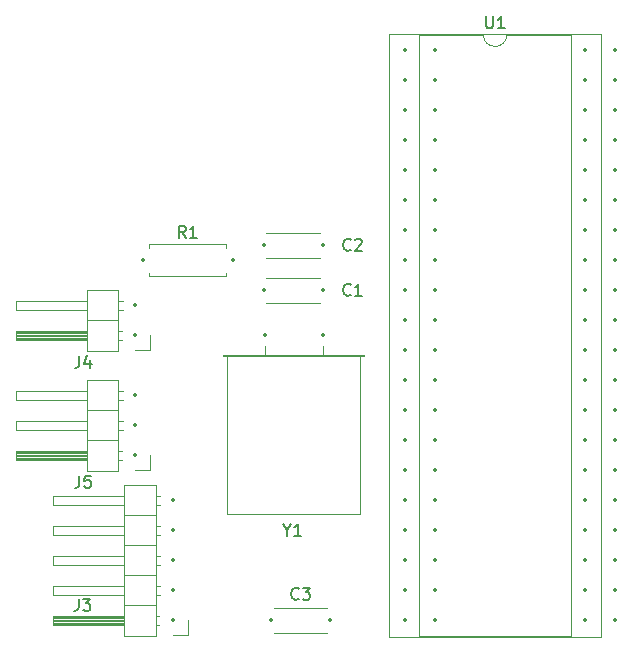
<source format=gbr>
%TF.GenerationSoftware,KiCad,Pcbnew,8.0.3+1*%
%TF.CreationDate,2024-07-31T15:36:37+02:00*%
%TF.ProjectId,QL_diren_keyboard_adapter,514c5f64-6972-4656-9e5f-6b6579626f61,0*%
%TF.SameCoordinates,Original*%
%TF.FileFunction,Legend,Top*%
%TF.FilePolarity,Positive*%
%FSLAX46Y46*%
G04 Gerber Fmt 4.6, Leading zero omitted, Abs format (unit mm)*
G04 Created by KiCad (PCBNEW 8.0.3+1) date 2024-07-31 15:36:37*
%MOMM*%
%LPD*%
G01*
G04 APERTURE LIST*
%ADD10C,0.150000*%
%ADD11C,0.120000*%
%ADD12C,0.350000*%
G04 APERTURE END LIST*
D10*
X108458095Y-60624819D02*
X108458095Y-61434342D01*
X108458095Y-61434342D02*
X108505714Y-61529580D01*
X108505714Y-61529580D02*
X108553333Y-61577200D01*
X108553333Y-61577200D02*
X108648571Y-61624819D01*
X108648571Y-61624819D02*
X108839047Y-61624819D01*
X108839047Y-61624819D02*
X108934285Y-61577200D01*
X108934285Y-61577200D02*
X108981904Y-61529580D01*
X108981904Y-61529580D02*
X109029523Y-61434342D01*
X109029523Y-61434342D02*
X109029523Y-60624819D01*
X110029523Y-61624819D02*
X109458095Y-61624819D01*
X109743809Y-61624819D02*
X109743809Y-60624819D01*
X109743809Y-60624819D02*
X109648571Y-60767676D01*
X109648571Y-60767676D02*
X109553333Y-60862914D01*
X109553333Y-60862914D02*
X109458095Y-60910533D01*
X74021666Y-99514819D02*
X74021666Y-100229104D01*
X74021666Y-100229104D02*
X73974047Y-100371961D01*
X73974047Y-100371961D02*
X73878809Y-100467200D01*
X73878809Y-100467200D02*
X73735952Y-100514819D01*
X73735952Y-100514819D02*
X73640714Y-100514819D01*
X74974047Y-99514819D02*
X74497857Y-99514819D01*
X74497857Y-99514819D02*
X74450238Y-99991009D01*
X74450238Y-99991009D02*
X74497857Y-99943390D01*
X74497857Y-99943390D02*
X74593095Y-99895771D01*
X74593095Y-99895771D02*
X74831190Y-99895771D01*
X74831190Y-99895771D02*
X74926428Y-99943390D01*
X74926428Y-99943390D02*
X74974047Y-99991009D01*
X74974047Y-99991009D02*
X75021666Y-100086247D01*
X75021666Y-100086247D02*
X75021666Y-100324342D01*
X75021666Y-100324342D02*
X74974047Y-100419580D01*
X74974047Y-100419580D02*
X74926428Y-100467200D01*
X74926428Y-100467200D02*
X74831190Y-100514819D01*
X74831190Y-100514819D02*
X74593095Y-100514819D01*
X74593095Y-100514819D02*
X74497857Y-100467200D01*
X74497857Y-100467200D02*
X74450238Y-100419580D01*
X96988333Y-80369580D02*
X96940714Y-80417200D01*
X96940714Y-80417200D02*
X96797857Y-80464819D01*
X96797857Y-80464819D02*
X96702619Y-80464819D01*
X96702619Y-80464819D02*
X96559762Y-80417200D01*
X96559762Y-80417200D02*
X96464524Y-80321961D01*
X96464524Y-80321961D02*
X96416905Y-80226723D01*
X96416905Y-80226723D02*
X96369286Y-80036247D01*
X96369286Y-80036247D02*
X96369286Y-79893390D01*
X96369286Y-79893390D02*
X96416905Y-79702914D01*
X96416905Y-79702914D02*
X96464524Y-79607676D01*
X96464524Y-79607676D02*
X96559762Y-79512438D01*
X96559762Y-79512438D02*
X96702619Y-79464819D01*
X96702619Y-79464819D02*
X96797857Y-79464819D01*
X96797857Y-79464819D02*
X96940714Y-79512438D01*
X96940714Y-79512438D02*
X96988333Y-79560057D01*
X97369286Y-79560057D02*
X97416905Y-79512438D01*
X97416905Y-79512438D02*
X97512143Y-79464819D01*
X97512143Y-79464819D02*
X97750238Y-79464819D01*
X97750238Y-79464819D02*
X97845476Y-79512438D01*
X97845476Y-79512438D02*
X97893095Y-79560057D01*
X97893095Y-79560057D02*
X97940714Y-79655295D01*
X97940714Y-79655295D02*
X97940714Y-79750533D01*
X97940714Y-79750533D02*
X97893095Y-79893390D01*
X97893095Y-79893390D02*
X97321667Y-80464819D01*
X97321667Y-80464819D02*
X97940714Y-80464819D01*
X96988333Y-84179580D02*
X96940714Y-84227200D01*
X96940714Y-84227200D02*
X96797857Y-84274819D01*
X96797857Y-84274819D02*
X96702619Y-84274819D01*
X96702619Y-84274819D02*
X96559762Y-84227200D01*
X96559762Y-84227200D02*
X96464524Y-84131961D01*
X96464524Y-84131961D02*
X96416905Y-84036723D01*
X96416905Y-84036723D02*
X96369286Y-83846247D01*
X96369286Y-83846247D02*
X96369286Y-83703390D01*
X96369286Y-83703390D02*
X96416905Y-83512914D01*
X96416905Y-83512914D02*
X96464524Y-83417676D01*
X96464524Y-83417676D02*
X96559762Y-83322438D01*
X96559762Y-83322438D02*
X96702619Y-83274819D01*
X96702619Y-83274819D02*
X96797857Y-83274819D01*
X96797857Y-83274819D02*
X96940714Y-83322438D01*
X96940714Y-83322438D02*
X96988333Y-83370057D01*
X97940714Y-84274819D02*
X97369286Y-84274819D01*
X97655000Y-84274819D02*
X97655000Y-83274819D01*
X97655000Y-83274819D02*
X97559762Y-83417676D01*
X97559762Y-83417676D02*
X97464524Y-83512914D01*
X97464524Y-83512914D02*
X97369286Y-83560533D01*
X92583333Y-109919580D02*
X92535714Y-109967200D01*
X92535714Y-109967200D02*
X92392857Y-110014819D01*
X92392857Y-110014819D02*
X92297619Y-110014819D01*
X92297619Y-110014819D02*
X92154762Y-109967200D01*
X92154762Y-109967200D02*
X92059524Y-109871961D01*
X92059524Y-109871961D02*
X92011905Y-109776723D01*
X92011905Y-109776723D02*
X91964286Y-109586247D01*
X91964286Y-109586247D02*
X91964286Y-109443390D01*
X91964286Y-109443390D02*
X92011905Y-109252914D01*
X92011905Y-109252914D02*
X92059524Y-109157676D01*
X92059524Y-109157676D02*
X92154762Y-109062438D01*
X92154762Y-109062438D02*
X92297619Y-109014819D01*
X92297619Y-109014819D02*
X92392857Y-109014819D01*
X92392857Y-109014819D02*
X92535714Y-109062438D01*
X92535714Y-109062438D02*
X92583333Y-109110057D01*
X92916667Y-109014819D02*
X93535714Y-109014819D01*
X93535714Y-109014819D02*
X93202381Y-109395771D01*
X93202381Y-109395771D02*
X93345238Y-109395771D01*
X93345238Y-109395771D02*
X93440476Y-109443390D01*
X93440476Y-109443390D02*
X93488095Y-109491009D01*
X93488095Y-109491009D02*
X93535714Y-109586247D01*
X93535714Y-109586247D02*
X93535714Y-109824342D01*
X93535714Y-109824342D02*
X93488095Y-109919580D01*
X93488095Y-109919580D02*
X93440476Y-109967200D01*
X93440476Y-109967200D02*
X93345238Y-110014819D01*
X93345238Y-110014819D02*
X93059524Y-110014819D01*
X93059524Y-110014819D02*
X92964286Y-109967200D01*
X92964286Y-109967200D02*
X92916667Y-109919580D01*
X91598809Y-104118628D02*
X91598809Y-104594819D01*
X91265476Y-103594819D02*
X91598809Y-104118628D01*
X91598809Y-104118628D02*
X91932142Y-103594819D01*
X92789285Y-104594819D02*
X92217857Y-104594819D01*
X92503571Y-104594819D02*
X92503571Y-103594819D01*
X92503571Y-103594819D02*
X92408333Y-103737676D01*
X92408333Y-103737676D02*
X92313095Y-103832914D01*
X92313095Y-103832914D02*
X92217857Y-103880533D01*
X74021666Y-89354819D02*
X74021666Y-90069104D01*
X74021666Y-90069104D02*
X73974047Y-90211961D01*
X73974047Y-90211961D02*
X73878809Y-90307200D01*
X73878809Y-90307200D02*
X73735952Y-90354819D01*
X73735952Y-90354819D02*
X73640714Y-90354819D01*
X74926428Y-89688152D02*
X74926428Y-90354819D01*
X74688333Y-89307200D02*
X74450238Y-90021485D01*
X74450238Y-90021485D02*
X75069285Y-90021485D01*
X83018333Y-79364819D02*
X82685000Y-78888628D01*
X82446905Y-79364819D02*
X82446905Y-78364819D01*
X82446905Y-78364819D02*
X82827857Y-78364819D01*
X82827857Y-78364819D02*
X82923095Y-78412438D01*
X82923095Y-78412438D02*
X82970714Y-78460057D01*
X82970714Y-78460057D02*
X83018333Y-78555295D01*
X83018333Y-78555295D02*
X83018333Y-78698152D01*
X83018333Y-78698152D02*
X82970714Y-78793390D01*
X82970714Y-78793390D02*
X82923095Y-78841009D01*
X82923095Y-78841009D02*
X82827857Y-78888628D01*
X82827857Y-78888628D02*
X82446905Y-78888628D01*
X83970714Y-79364819D02*
X83399286Y-79364819D01*
X83685000Y-79364819D02*
X83685000Y-78364819D01*
X83685000Y-78364819D02*
X83589762Y-78507676D01*
X83589762Y-78507676D02*
X83494524Y-78602914D01*
X83494524Y-78602914D02*
X83399286Y-78650533D01*
X73961666Y-109944819D02*
X73961666Y-110659104D01*
X73961666Y-110659104D02*
X73914047Y-110801961D01*
X73914047Y-110801961D02*
X73818809Y-110897200D01*
X73818809Y-110897200D02*
X73675952Y-110944819D01*
X73675952Y-110944819D02*
X73580714Y-110944819D01*
X74342619Y-109944819D02*
X74961666Y-109944819D01*
X74961666Y-109944819D02*
X74628333Y-110325771D01*
X74628333Y-110325771D02*
X74771190Y-110325771D01*
X74771190Y-110325771D02*
X74866428Y-110373390D01*
X74866428Y-110373390D02*
X74914047Y-110421009D01*
X74914047Y-110421009D02*
X74961666Y-110516247D01*
X74961666Y-110516247D02*
X74961666Y-110754342D01*
X74961666Y-110754342D02*
X74914047Y-110849580D01*
X74914047Y-110849580D02*
X74866428Y-110897200D01*
X74866428Y-110897200D02*
X74771190Y-110944819D01*
X74771190Y-110944819D02*
X74485476Y-110944819D01*
X74485476Y-110944819D02*
X74390238Y-110897200D01*
X74390238Y-110897200D02*
X74342619Y-110849580D01*
D11*
%TO.C,U1*%
X100270000Y-62110000D02*
X100270000Y-113150000D01*
X100270000Y-113150000D02*
X118170000Y-113150000D01*
X102760000Y-62170000D02*
X102760000Y-113090000D01*
X102760000Y-113090000D02*
X115680000Y-113090000D01*
X108220000Y-62170000D02*
X102760000Y-62170000D01*
X115680000Y-62170000D02*
X110220000Y-62170000D01*
X115680000Y-113090000D02*
X115680000Y-62170000D01*
X118170000Y-62110000D02*
X100270000Y-62110000D01*
X118170000Y-113150000D02*
X118170000Y-62110000D01*
X110220000Y-62170000D02*
G75*
G02*
X108220000Y-62170000I-1000000J0D01*
G01*
%TO.C,J5*%
X68640000Y-92330000D02*
X74640000Y-92330000D01*
X68640000Y-93090000D02*
X68640000Y-92330000D01*
X68640000Y-94870000D02*
X74640000Y-94870000D01*
X68640000Y-95630000D02*
X68640000Y-94870000D01*
X68640000Y-97410000D02*
X74640000Y-97410000D01*
X68640000Y-98170000D02*
X68640000Y-97410000D01*
X74640000Y-91380000D02*
X74640000Y-99120000D01*
X74640000Y-93090000D02*
X68640000Y-93090000D01*
X74640000Y-95630000D02*
X68640000Y-95630000D01*
X74640000Y-97510000D02*
X68640000Y-97510000D01*
X74640000Y-97630000D02*
X68640000Y-97630000D01*
X74640000Y-97750000D02*
X68640000Y-97750000D01*
X74640000Y-97870000D02*
X68640000Y-97870000D01*
X74640000Y-97990000D02*
X68640000Y-97990000D01*
X74640000Y-98110000D02*
X68640000Y-98110000D01*
X74640000Y-98170000D02*
X68640000Y-98170000D01*
X74640000Y-99120000D02*
X77300000Y-99120000D01*
X77300000Y-91380000D02*
X74640000Y-91380000D01*
X77300000Y-93980000D02*
X74640000Y-93980000D01*
X77300000Y-96520000D02*
X74640000Y-96520000D01*
X77300000Y-99120000D02*
X77300000Y-91380000D01*
X77630000Y-97410000D02*
X77300000Y-97410000D01*
X77630000Y-98170000D02*
X77300000Y-98170000D01*
X77697071Y-92330000D02*
X77300000Y-92330000D01*
X77697071Y-93090000D02*
X77300000Y-93090000D01*
X77697071Y-94870000D02*
X77300000Y-94870000D01*
X77697071Y-95630000D02*
X77300000Y-95630000D01*
X80010000Y-97790000D02*
X80010000Y-99060000D01*
X80010000Y-99060000D02*
X78740000Y-99060000D01*
%TO.C,C2*%
X89845000Y-78955000D02*
X89845000Y-78940000D01*
X89845000Y-81080000D02*
X89845000Y-81065000D01*
X94385000Y-78940000D02*
X89845000Y-78940000D01*
X94385000Y-78955000D02*
X94385000Y-78940000D01*
X94385000Y-81080000D02*
X89845000Y-81080000D01*
X94385000Y-81080000D02*
X94385000Y-81065000D01*
%TO.C,C1*%
X89845000Y-82765000D02*
X89845000Y-82750000D01*
X89845000Y-84890000D02*
X89845000Y-84875000D01*
X94385000Y-82750000D02*
X89845000Y-82750000D01*
X94385000Y-82765000D02*
X94385000Y-82750000D01*
X94385000Y-84890000D02*
X89845000Y-84890000D01*
X94385000Y-84890000D02*
X94385000Y-84875000D01*
%TO.C,C3*%
X90480000Y-110690000D02*
X90480000Y-110705000D01*
X90480000Y-110690000D02*
X95020000Y-110690000D01*
X90480000Y-112815000D02*
X90480000Y-112830000D01*
X90480000Y-112830000D02*
X95020000Y-112830000D01*
X95020000Y-110690000D02*
X95020000Y-110705000D01*
X95020000Y-112815000D02*
X95020000Y-112830000D01*
%TO.C,Y1*%
X86165000Y-89280000D02*
X98165000Y-89280000D01*
X86165000Y-89400000D02*
X86165000Y-89280000D01*
X86515000Y-89400000D02*
X86515000Y-102800000D01*
X86515000Y-102800000D02*
X97815000Y-102800000D01*
X89715000Y-88550000D02*
X89715000Y-88550000D01*
X89715000Y-89400000D02*
X89715000Y-88550000D01*
X94615000Y-88550000D02*
X94615000Y-88550000D01*
X94615000Y-89400000D02*
X94615000Y-88550000D01*
X97815000Y-89400000D02*
X86515000Y-89400000D01*
X97815000Y-102800000D02*
X97815000Y-89400000D01*
X98165000Y-89280000D02*
X98165000Y-89400000D01*
X98165000Y-89400000D02*
X86165000Y-89400000D01*
%TO.C,J4*%
X68640000Y-84710000D02*
X74640000Y-84710000D01*
X68640000Y-85470000D02*
X68640000Y-84710000D01*
X68640000Y-87250000D02*
X74640000Y-87250000D01*
X68640000Y-88010000D02*
X68640000Y-87250000D01*
X74640000Y-83760000D02*
X74640000Y-88960000D01*
X74640000Y-85470000D02*
X68640000Y-85470000D01*
X74640000Y-87350000D02*
X68640000Y-87350000D01*
X74640000Y-87470000D02*
X68640000Y-87470000D01*
X74640000Y-87590000D02*
X68640000Y-87590000D01*
X74640000Y-87710000D02*
X68640000Y-87710000D01*
X74640000Y-87830000D02*
X68640000Y-87830000D01*
X74640000Y-87950000D02*
X68640000Y-87950000D01*
X74640000Y-88010000D02*
X68640000Y-88010000D01*
X74640000Y-88960000D02*
X77300000Y-88960000D01*
X77300000Y-83760000D02*
X74640000Y-83760000D01*
X77300000Y-86360000D02*
X74640000Y-86360000D01*
X77300000Y-88960000D02*
X77300000Y-83760000D01*
X77630000Y-87250000D02*
X77300000Y-87250000D01*
X77630000Y-88010000D02*
X77300000Y-88010000D01*
X77697071Y-84710000D02*
X77300000Y-84710000D01*
X77697071Y-85470000D02*
X77300000Y-85470000D01*
X80010000Y-87630000D02*
X80010000Y-88900000D01*
X80010000Y-88900000D02*
X78740000Y-88900000D01*
%TO.C,R1*%
X79915000Y-79910000D02*
X86455000Y-79910000D01*
X79915000Y-80240000D02*
X79915000Y-79910000D01*
X79915000Y-82320000D02*
X79915000Y-82650000D01*
X79915000Y-82650000D02*
X86455000Y-82650000D01*
X86455000Y-79910000D02*
X86455000Y-80240000D01*
X86455000Y-82650000D02*
X86455000Y-82320000D01*
%TO.C,J3*%
X71815000Y-101220000D02*
X77815000Y-101220000D01*
X71815000Y-101980000D02*
X71815000Y-101220000D01*
X71815000Y-103760000D02*
X77815000Y-103760000D01*
X71815000Y-104520000D02*
X71815000Y-103760000D01*
X71815000Y-106300000D02*
X77815000Y-106300000D01*
X71815000Y-107060000D02*
X71815000Y-106300000D01*
X71815000Y-108840000D02*
X77815000Y-108840000D01*
X71815000Y-109600000D02*
X71815000Y-108840000D01*
X71815000Y-111380000D02*
X77815000Y-111380000D01*
X71815000Y-112140000D02*
X71815000Y-111380000D01*
X77815000Y-100270000D02*
X77815000Y-113090000D01*
X77815000Y-101980000D02*
X71815000Y-101980000D01*
X77815000Y-104520000D02*
X71815000Y-104520000D01*
X77815000Y-107060000D02*
X71815000Y-107060000D01*
X77815000Y-109600000D02*
X71815000Y-109600000D01*
X77815000Y-111480000D02*
X71815000Y-111480000D01*
X77815000Y-111600000D02*
X71815000Y-111600000D01*
X77815000Y-111720000D02*
X71815000Y-111720000D01*
X77815000Y-111840000D02*
X71815000Y-111840000D01*
X77815000Y-111960000D02*
X71815000Y-111960000D01*
X77815000Y-112080000D02*
X71815000Y-112080000D01*
X77815000Y-112140000D02*
X71815000Y-112140000D01*
X77815000Y-113090000D02*
X80475000Y-113090000D01*
X80475000Y-100270000D02*
X77815000Y-100270000D01*
X80475000Y-102870000D02*
X77815000Y-102870000D01*
X80475000Y-105410000D02*
X77815000Y-105410000D01*
X80475000Y-107950000D02*
X77815000Y-107950000D01*
X80475000Y-110490000D02*
X77815000Y-110490000D01*
X80475000Y-113090000D02*
X80475000Y-100270000D01*
X80805000Y-111380000D02*
X80475000Y-111380000D01*
X80805000Y-112140000D02*
X80475000Y-112140000D01*
X80872071Y-101220000D02*
X80475000Y-101220000D01*
X80872071Y-101980000D02*
X80475000Y-101980000D01*
X80872071Y-103760000D02*
X80475000Y-103760000D01*
X80872071Y-104520000D02*
X80475000Y-104520000D01*
X80872071Y-106300000D02*
X80475000Y-106300000D01*
X80872071Y-107060000D02*
X80475000Y-107060000D01*
X80872071Y-108840000D02*
X80475000Y-108840000D01*
X80872071Y-109600000D02*
X80475000Y-109600000D01*
X83185000Y-111760000D02*
X83185000Y-113030000D01*
X83185000Y-113030000D02*
X81915000Y-113030000D01*
%TD*%
D12*
X101600000Y-63500000D03*
X101600000Y-66040000D03*
X101600000Y-68580000D03*
X101600000Y-71120000D03*
X101600000Y-73660000D03*
X101600000Y-76200000D03*
X101600000Y-78740000D03*
X101600000Y-81280000D03*
X101600000Y-83820000D03*
X101600000Y-86360000D03*
X101600000Y-88900000D03*
X101600000Y-91440000D03*
X101600000Y-93980000D03*
X101600000Y-96520000D03*
X101600000Y-99060000D03*
X101600000Y-101600000D03*
X101600000Y-104140000D03*
X101600000Y-106680000D03*
X101600000Y-109220000D03*
X101600000Y-111760000D03*
X116840000Y-111760000D03*
X116840000Y-109220000D03*
X116840000Y-106680000D03*
X116840000Y-104140000D03*
X116840000Y-101600000D03*
X116840000Y-99060000D03*
X116840000Y-96520000D03*
X116840000Y-93980000D03*
X116840000Y-91440000D03*
X116840000Y-88900000D03*
X116840000Y-86360000D03*
X116840000Y-83820000D03*
X116840000Y-81280000D03*
X116840000Y-78740000D03*
X116840000Y-76200000D03*
X116840000Y-73660000D03*
X116840000Y-71120000D03*
X116840000Y-68580000D03*
X116840000Y-66040000D03*
X116840000Y-63500000D03*
X78740000Y-97790000D03*
X78740000Y-95250000D03*
X78740000Y-92710000D03*
X94615000Y-80010000D03*
X89615000Y-80010000D03*
X94615000Y-83820000D03*
X89615000Y-83820000D03*
X90250000Y-111760000D03*
X95250000Y-111760000D03*
X89715000Y-87600000D03*
X94615000Y-87600000D03*
X78740000Y-87630000D03*
X78740000Y-85090000D03*
X79375000Y-81280000D03*
X86995000Y-81280000D03*
X81915000Y-111760000D03*
X81915000Y-109220000D03*
X81915000Y-106680000D03*
X81915000Y-104140000D03*
X81915000Y-101600000D03*
X119380000Y-111760000D03*
X119380000Y-109220000D03*
X119380000Y-106680000D03*
X119380000Y-104140000D03*
X119380000Y-101600000D03*
X119380000Y-99060000D03*
X119380000Y-96520000D03*
X119380000Y-93980000D03*
X119380000Y-91440000D03*
X119380000Y-88900000D03*
X119380000Y-86360000D03*
X119380000Y-83820000D03*
X119380000Y-81280000D03*
X119380000Y-78740000D03*
X119380000Y-76200000D03*
X119380000Y-73660000D03*
X119380000Y-71120000D03*
X119380000Y-68580000D03*
X119380000Y-66040000D03*
X119380000Y-63500000D03*
X104140000Y-63500000D03*
X104140000Y-66040000D03*
X104140000Y-68580000D03*
X104140000Y-71120000D03*
X104140000Y-73660000D03*
X104140000Y-76200000D03*
X104140000Y-78740000D03*
X104140000Y-81280000D03*
X104140000Y-83820000D03*
X104140000Y-86360000D03*
X104140000Y-88900000D03*
X104140000Y-91440000D03*
X104140000Y-93980000D03*
X104140000Y-96520000D03*
X104140000Y-99060000D03*
X104140000Y-101600000D03*
X104140000Y-104140000D03*
X104140000Y-106680000D03*
X104140000Y-109220000D03*
X104140000Y-111760000D03*
M02*

</source>
